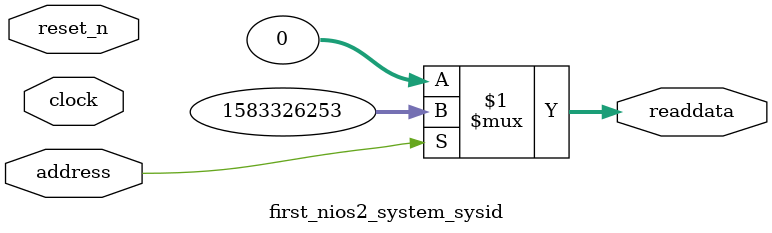
<source format=v>



// synthesis translate_off
`timescale 1ns / 1ps
// synthesis translate_on

// turn off superfluous verilog processor warnings 
// altera message_level Level1 
// altera message_off 10034 10035 10036 10037 10230 10240 10030 

module first_nios2_system_sysid (
               // inputs:
                address,
                clock,
                reset_n,

               // outputs:
                readdata
             )
;

  output  [ 31: 0] readdata;
  input            address;
  input            clock;
  input            reset_n;

  wire    [ 31: 0] readdata;
  //control_slave, which is an e_avalon_slave
  assign readdata = address ? 1583326253 : 0;

endmodule



</source>
